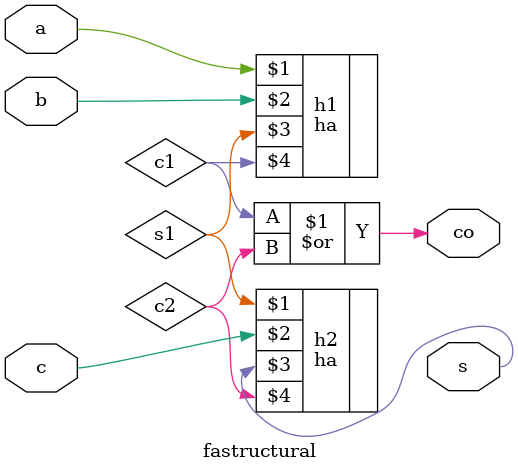
<source format=v>


module fastructural (
input a,b,c,
output s,co);

ha h1(a,b,s1,c1);
ha h2(s1,c,s,c2);
or o1(co,c1,c2);
endmodule

</source>
